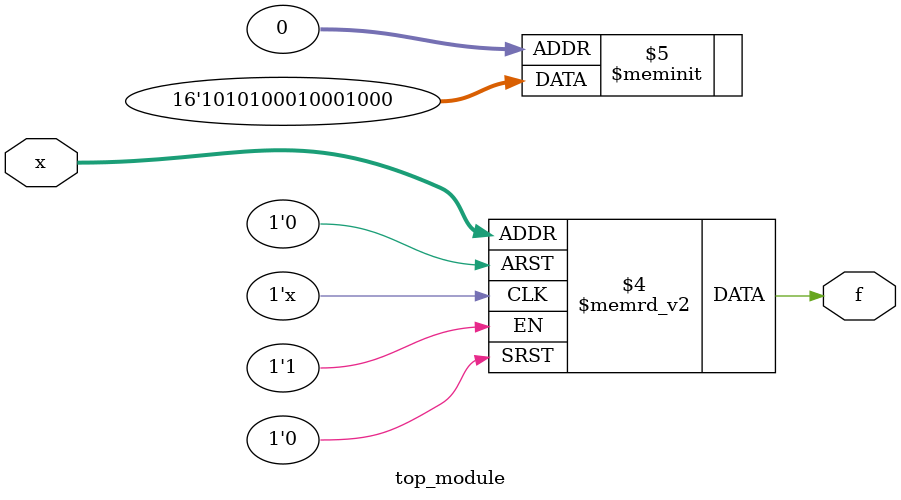
<source format=sv>
module top_module (
    input [4:1] x,
    output logic f
);

always_comb begin
    case ({x[4], x[3], x[2], x[1]})
        4'b0001: f = 0;
        4'b0011: f = 1;
        4'b0101: f = 0;
        4'b0111: f = 1;
        4'b1001: f = 0;
        4'b1011: f = 1;
        4'b1101: f = 1;
        4'b1111: f = 1;
        default: f = 0; // Handles don't-care conditions
    endcase
end

endmodule

</source>
